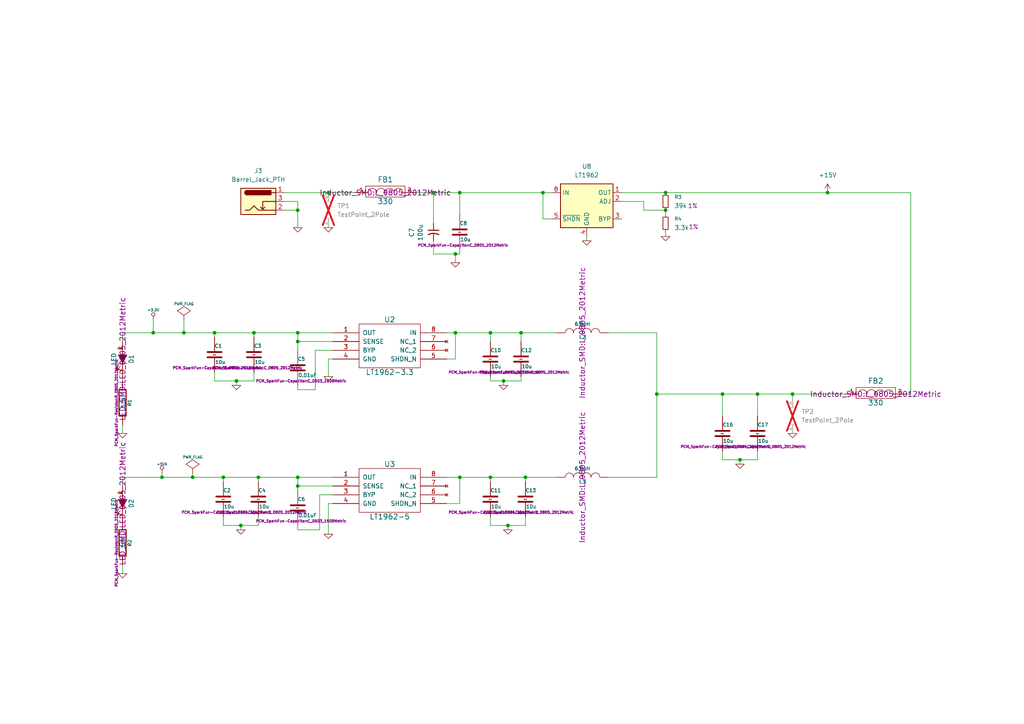
<source format=kicad_sch>
(kicad_sch (version 20250114) (generator "eeschema") (generator_version "9.0")
  (paper "A4")
  (title_block (title "24 bit audio board for Teensy 3.x") (date "10 may 2015") (rev "0.1a") (company "RF William Hollender"))
  (lib_symbols
    (symbol "+3.3V_1" (power) (pin_names (offset 0))
      (property "Value" "+3.3V" (at 0 2.794 0))
      (symbol "+3.3V_1_0_0"
        (pin power_in line (at 0 0 90) (length 0) (hide yes) (name "+3.3V") (number "1"))
      )
    )
    (symbol "+3.3V_2" (power) (pin_names (offset 0))
      (property "Value" "+3.3V" (at 0 2.794 0))
      (symbol "+3.3V_2_0_0"
        (pin power_in line (at 0 0 90) (length 0) (hide yes) (name "+3.3V") (number "1"))
      )
    )
    (symbol "+5VA_1" (power) (pin_numbers (hide yes)) (pin_names (offset 0))
      (property "Value" "+5VA" (at 0 2.54 0))
      (symbol "+5VA_1_0_0"
        (pin power_in line (at 0 0 90) (length 0) (hide yes) (name "+5VA") (number "1"))
      )
    )
    (symbol "+5VA_2" (power) (pin_numbers (hide yes)) (pin_names (offset 0))
      (property "Value" "+5VA" (at 0 2.54 0))
      (symbol "+5VA_2_0_0"
        (pin power_in line (at 0 0 90) (length 0) (hide yes) (name "+5VA") (number "1"))
      )
    )
    (symbol "BAT4XAA_1" (pin_names (offset 1.016))
      (property "Reference" "U" (at 1.27 17.78 0))
      (property "Value" "BAT4XAA" (at 1.27 -3.81 0))
      (symbol "BAT4XAA_1_1_1"
        (pin power_out line (at -12.7 13.97 0) (length 7.62) (name "VPOS") (number "1"))
        (pin power_out line (at -12.7 0 0) (length 7.62) (name "VNEG") (number "2"))
      )
    )
    (symbol "CONN_2_1" (pin_names (offset 1.016) (hide yes))
      (property "Reference" "P" (at -1.27 0 90))
      (property "Value" "CONN_2" (at 1.27 0 90))
      (symbol "CONN_2_1_1_1"
        (pin passive inverted (at -8.89 2.54 0) (length 6.35) (name "P1") (number "1"))
        (pin passive inverted (at -8.89 -2.54 0) (length 6.35) (name "PM") (number "2"))
      )
    )
    (symbol "CONN_3_1" (pin_names (offset 1.016) (hide yes))
      (property "Reference" "K" (at -1.27 0 90))
      (property "Value" "CONN_3" (at 1.27 0 90))
      (symbol "CONN_3_1_1_1"
        (pin passive inverted (at -8.89 2.54 0) (length 6.35) (name "P1") (number "1"))
        (pin passive inverted (at -8.89 0 0) (length 6.35) (name "PM") (number "2"))
        (pin passive inverted (at -8.89 -2.54 0) (length 6.35) (name "P3") (number "3"))
      )
    )
    (symbol "CP1_1" (pin_numbers (hide yes)) (pin_names (offset 0.254) (hide yes))
      (property "Reference" "C" (at 1.27 2.54 0))
      (property "Value" "CP1" (at 1.27 -2.54 0))
      (symbol "CP1_1_0_0"
        (text "+" (at -1.27 2.54 0) (effects (font (size 2.032 2.032))))
      )
      (symbol "CP1_1_1_1"
        (pin passive line (at 0 5.08 270) (length 3.81) (name "~") (number "1"))
        (pin passive line (at 0 -5.08 90) (length 4.572) (name "~") (number "2"))
      )
    )
    (symbol "C_1" (pin_numbers (hide yes)) (pin_names (offset 0.254))
      (property "Reference" "C" (at 0 2.54 0))
      (property "Value" "C" (at 0.1524 -2.159 0))
      (symbol "C_1_1_1"
        (pin passive line (at 0 5.08 270) (length 4.318) (name "~") (number "1"))
        (pin passive line (at 0 -5.08 90) (length 4.318) (name "~") (number "2"))
      )
    )
    (symbol "C_10" (pin_numbers (hide yes)) (pin_names (offset 0.254))
      (property "Reference" "C" (at 0 2.54 0))
      (property "Value" "C" (at 0.1524 -2.159 0))
      (symbol "C_10_1_1"
        (pin passive line (at 0 5.08 270) (length 4.318) (name "~") (number "1"))
        (pin passive line (at 0 -5.08 90) (length 4.318) (name "~") (number "2"))
      )
    )
    (symbol "C_11" (pin_numbers (hide yes)) (pin_names (offset 0.254))
      (property "Reference" "C" (at 0 2.54 0))
      (property "Value" "C" (at 0.1524 -2.159 0))
      (symbol "C_11_1_1"
        (pin passive line (at 0 5.08 270) (length 4.318) (name "~") (number "1"))
        (pin passive line (at 0 -5.08 90) (length 4.318) (name "~") (number "2"))
      )
    )
    (symbol "C_12" (pin_numbers (hide yes)) (pin_names (offset 0.254))
      (property "Reference" "C" (at 0 2.54 0))
      (property "Value" "C" (at 0.1524 -2.159 0))
      (symbol "C_12_1_1"
        (pin passive line (at 0 5.08 270) (length 4.318) (name "~") (number "1"))
        (pin passive line (at 0 -5.08 90) (length 4.318) (name "~") (number "2"))
      )
    )
    (symbol "C_13" (pin_numbers (hide yes)) (pin_names (offset 0.254))
      (property "Reference" "C" (at 0 2.54 0))
      (property "Value" "C" (at 0.1524 -2.159 0))
      (symbol "C_13_1_1"
        (pin passive line (at 0 5.08 270) (length 4.318) (name "~") (number "1"))
        (pin passive line (at 0 -5.08 90) (length 4.318) (name "~") (number "2"))
      )
    )
    (symbol "C_14" (pin_numbers (hide yes)) (pin_names (offset 0.254))
      (property "Reference" "C" (at 0 2.54 0))
      (property "Value" "C" (at 0.1524 -2.159 0))
      (symbol "C_14_1_1"
        (pin passive line (at 0 5.08 270) (length 4.318) (name "~") (number "1"))
        (pin passive line (at 0 -5.08 90) (length 4.318) (name "~") (number "2"))
      )
    )
    (symbol "C_15" (pin_numbers (hide yes)) (pin_names (offset 0.254))
      (property "Reference" "C" (at 0 2.54 0))
      (property "Value" "C" (at 0.1524 -2.159 0))
      (symbol "C_15_1_1"
        (pin passive line (at 0 5.08 270) (length 4.318) (name "~") (number "1"))
        (pin passive line (at 0 -5.08 90) (length 4.318) (name "~") (number "2"))
      )
    )
    (symbol "C_16" (pin_numbers (hide yes)) (pin_names (offset 0.254))
      (property "Reference" "C" (at 0 2.54 0))
      (property "Value" "C" (at 0.1524 -2.159 0))
      (symbol "C_16_1_1"
        (pin passive line (at 0 5.08 270) (length 4.318) (name "~") (number "1"))
        (pin passive line (at 0 -5.08 90) (length 4.318) (name "~") (number "2"))
      )
    )
    (symbol "C_17" (pin_numbers (hide yes)) (pin_names (offset 0.254))
      (property "Reference" "C" (at 0 2.54 0))
      (property "Value" "C" (at 0.1524 -2.159 0))
      (symbol "C_17_1_1"
        (pin passive line (at 0 5.08 270) (length 4.318) (name "~") (number "1"))
        (pin passive line (at 0 -5.08 90) (length 4.318) (name "~") (number "2"))
      )
    )
    (symbol "C_18" (pin_numbers (hide yes)) (pin_names (offset 0.254))
      (property "Reference" "C" (at 0 2.54 0))
      (property "Value" "C" (at 0.1524 -2.159 0))
      (symbol "C_18_1_1"
        (pin passive line (at 0 5.08 270) (length 4.318) (name "~") (number "1"))
        (pin passive line (at 0 -5.08 90) (length 4.318) (name "~") (number "2"))
      )
    )
    (symbol "C_19" (pin_numbers (hide yes)) (pin_names (offset 0.254))
      (property "Reference" "C" (at 0 2.54 0))
      (property "Value" "C" (at 0.1524 -2.159 0))
      (symbol "C_19_1_1"
        (pin passive line (at 0 5.08 270) (length 4.318) (name "~") (number "1"))
        (pin passive line (at 0 -5.08 90) (length 4.318) (name "~") (number "2"))
      )
    )
    (symbol "C_2" (pin_numbers (hide yes)) (pin_names (offset 0.254))
      (property "Reference" "C" (at 0 2.54 0))
      (property "Value" "C" (at 0.1524 -2.159 0))
      (symbol "C_2_1_1"
        (pin passive line (at 0 5.08 270) (length 4.318) (name "~") (number "1"))
        (pin passive line (at 0 -5.08 90) (length 4.318) (name "~") (number "2"))
      )
    )
    (symbol "C_20" (pin_numbers (hide yes)) (pin_names (offset 0.254))
      (property "Reference" "C" (at 0 2.54 0))
      (property "Value" "C" (at 0.1524 -2.159 0))
      (symbol "C_20_1_1"
        (pin passive line (at 0 5.08 270) (length 4.318) (name "~") (number "1"))
        (pin passive line (at 0 -5.08 90) (length 4.318) (name "~") (number "2"))
      )
    )
    (symbol "C_21" (pin_numbers (hide yes)) (pin_names (offset 0.254))
      (property "Reference" "C" (at 0 2.54 0))
      (property "Value" "C" (at 0.1524 -2.159 0))
      (symbol "C_21_1_1"
        (pin passive line (at 0 5.08 270) (length 4.318) (name "~") (number "1"))
        (pin passive line (at 0 -5.08 90) (length 4.318) (name "~") (number "2"))
      )
    )
    (symbol "C_22" (pin_numbers (hide yes)) (pin_names (offset 0.254))
      (property "Reference" "C" (at 0 2.54 0))
      (property "Value" "C" (at 0.1524 -2.159 0))
      (symbol "C_22_1_1"
        (pin passive line (at 0 5.08 270) (length 4.318) (name "~") (number "1"))
        (pin passive line (at 0 -5.08 90) (length 4.318) (name "~") (number "2"))
      )
    )
    (symbol "C_23" (pin_numbers (hide yes)) (pin_names (offset 0.254))
      (property "Reference" "C" (at 0 2.54 0))
      (property "Value" "C" (at 0.1524 -2.159 0))
      (symbol "C_23_1_1"
        (pin passive line (at 0 5.08 270) (length 4.318) (name "~") (number "1"))
        (pin passive line (at 0 -5.08 90) (length 4.318) (name "~") (number "2"))
      )
    )
    (symbol "C_24" (pin_numbers (hide yes)) (pin_names (offset 0.254))
      (property "Reference" "C" (at 0 2.54 0))
      (property "Value" "C" (at 0.1524 -2.159 0))
      (symbol "C_24_1_1"
        (pin passive line (at 0 5.08 270) (length 4.318) (name "~") (number "1"))
        (pin passive line (at 0 -5.08 90) (length 4.318) (name "~") (number "2"))
      )
    )
    (symbol "C_25" (pin_numbers (hide yes)) (pin_names (offset 0.254))
      (property "Reference" "C" (at 0 2.54 0))
      (property "Value" "C" (at 0.1524 -2.159 0))
      (symbol "C_25_1_1"
        (pin passive line (at 0 5.08 270) (length 4.318) (name "~") (number "1"))
        (pin passive line (at 0 -5.08 90) (length 4.318) (name "~") (number "2"))
      )
    )
    (symbol "C_26" (pin_numbers (hide yes)) (pin_names (offset 0.254))
      (property "Reference" "C" (at 0 2.54 0))
      (property "Value" "C" (at 0.1524 -2.159 0))
      (symbol "C_26_1_1"
        (pin passive line (at 0 5.08 270) (length 4.318) (name "~") (number "1"))
        (pin passive line (at 0 -5.08 90) (length 4.318) (name "~") (number "2"))
      )
    )
    (symbol "C_27" (pin_numbers (hide yes)) (pin_names (offset 0.254))
      (property "Reference" "C" (at 0 2.54 0))
      (property "Value" "C" (at 0.1524 -2.159 0))
      (symbol "C_27_1_1"
        (pin passive line (at 0 5.08 270) (length 4.318) (name "~") (number "1"))
        (pin passive line (at 0 -5.08 90) (length 4.318) (name "~") (number "2"))
      )
    )
    (symbol "C_28" (pin_numbers (hide yes)) (pin_names (offset 0.254))
      (property "Reference" "C" (at 0 2.54 0))
      (property "Value" "C" (at 0.1524 -2.159 0))
      (symbol "C_28_1_1"
        (pin passive line (at 0 5.08 270) (length 4.318) (name "~") (number "1"))
        (pin passive line (at 0 -5.08 90) (length 4.318) (name "~") (number "2"))
      )
    )
    (symbol "C_29" (pin_numbers (hide yes)) (pin_names (offset 0.254))
      (property "Reference" "C" (at 0 2.54 0))
      (property "Value" "C" (at 0.1524 -2.159 0))
      (symbol "C_29_1_1"
        (pin passive line (at 0 5.08 270) (length 4.318) (name "~") (number "1"))
        (pin passive line (at 0 -5.08 90) (length 4.318) (name "~") (number "2"))
      )
    )
    (symbol "C_3" (pin_numbers (hide yes)) (pin_names (offset 0.254))
      (property "Reference" "C" (at 0 2.54 0))
      (property "Value" "C" (at 0.1524 -2.159 0))
      (symbol "C_3_1_1"
        (pin passive line (at 0 5.08 270) (length 4.318) (name "~") (number "1"))
        (pin passive line (at 0 -5.08 90) (length 4.318) (name "~") (number "2"))
      )
    )
    (symbol "C_33" (pin_numbers (hide yes)) (pin_names (offset 0.254))
      (property "Reference" "C" (at 0 2.54 0))
      (property "Value" "C" (at 0.1524 -2.159 0))
      (symbol "C_33_1_1"
        (pin passive line (at 0 5.08 270) (length 4.318) (name "~") (number "1"))
        (pin passive line (at 0 -5.08 90) (length 4.318) (name "~") (number "2"))
      )
    )
    (symbol "C_4" (pin_numbers (hide yes)) (pin_names (offset 0.254))
      (property "Reference" "C" (at 0 2.54 0))
      (property "Value" "C" (at 0.1524 -2.159 0))
      (symbol "C_4_1_1"
        (pin passive line (at 0 5.08 270) (length 4.318) (name "~") (number "1"))
        (pin passive line (at 0 -5.08 90) (length 4.318) (name "~") (number "2"))
      )
    )
    (symbol "C_5" (pin_numbers (hide yes)) (pin_names (offset 0.254))
      (property "Reference" "C" (at 0 2.54 0))
      (property "Value" "C" (at 0.1524 -2.159 0))
      (symbol "C_5_1_1"
        (pin passive line (at 0 5.08 270) (length 4.318) (name "~") (number "1"))
        (pin passive line (at 0 -5.08 90) (length 4.318) (name "~") (number "2"))
      )
    )
    (symbol "C_6" (pin_numbers (hide yes)) (pin_names (offset 0.254))
      (property "Reference" "C" (at 0 2.54 0))
      (property "Value" "C" (at 0.1524 -2.159 0))
      (symbol "C_6_1_1"
        (pin passive line (at 0 5.08 270) (length 4.318) (name "~") (number "1"))
        (pin passive line (at 0 -5.08 90) (length 4.318) (name "~") (number "2"))
      )
    )
    (symbol "C_7" (pin_numbers (hide yes)) (pin_names (offset 0.254))
      (property "Reference" "C" (at 0 2.54 0))
      (property "Value" "C" (at 0.1524 -2.159 0))
      (symbol "C_7_1_1"
        (pin passive line (at 0 5.08 270) (length 4.318) (name "~") (number "1"))
        (pin passive line (at 0 -5.08 90) (length 4.318) (name "~") (number "2"))
      )
    )
    (symbol "C_8" (pin_numbers (hide yes)) (pin_names (offset 0.254))
      (property "Reference" "C" (at 0 2.54 0))
      (property "Value" "C" (at 0.1524 -2.159 0))
      (symbol "C_8_1_1"
        (pin passive line (at 0 5.08 270) (length 4.318) (name "~") (number "1"))
        (pin passive line (at 0 -5.08 90) (length 4.318) (name "~") (number "2"))
      )
    )
    (symbol "C_9" (pin_numbers (hide yes)) (pin_names (offset 0.254))
      (property "Reference" "C" (at 0 2.54 0))
      (property "Value" "C" (at 0.1524 -2.159 0))
      (symbol "C_9_1_1"
        (pin passive line (at 0 5.08 270) (length 4.318) (name "~") (number "1"))
        (pin passive line (at 0 -5.08 90) (length 4.318) (name "~") (number "2"))
      )
    )
    (symbol "Connector:TestPoint_2Pole" (pin_names (offset 0.762) (hide yes))
      (property "Reference" "TP" (at 0 1.524 0))
      (property "Value" "TestPoint_2Pole" (at 0 -1.778 0))
      (symbol "TestPoint_2Pole_0_1"
        (pin passive line (at -5.08 0 0) (length 2.54) (name "1") (number "1"))
        (pin passive line (at 5.08 0 180) (length 2.54) (name "2") (number "2"))
      )
    )
    (symbol "Device:C_Small_US" (pin_numbers (hide yes)) (pin_names (offset 0.254) (hide yes))
      (property "Reference" "C" (at 0.254 1.778 0))
      (property "Value" "C_Small_US" (at 0.254 -2.032 0))
      (symbol "C_Small_US_1_1"
        (pin passive line (at 0 2.54 270) (length 2.032) (name "~") (number "1"))
        (pin passive line (at 0 -2.54 90) (length 2.032) (name "~") (number "2"))
      )
    )
    (symbol "Device:R_Small" (pin_numbers (hide yes)) (pin_names (offset 0.254) (hide yes))
      (property "Reference" "R" (at 0 0 90))
      (property "Value" "R_Small" (at 1.778 0 90))
      (symbol "R_Small_1_1"
        (pin passive line (at 0 2.54 270) (length 0.762) (name "~") (number "1"))
        (pin passive line (at 0 -2.54 90) (length 0.762) (name "~") (number "2"))
      )
    )
    (symbol "FILTER_1" (pin_names (offset 1.016) (hide yes))
      (property "Reference" "FB" (at 0 3.81 0))
      (property "Value" "FILTER" (at 0 -2.54 0))
      (symbol "FILTER_1_1_1"
        (pin passive line (at -8.89 0 0) (length 3.81) (name "1") (number "1"))
        (pin passive line (at 8.89 0 180) (length 3.81) (name "2") (number "2"))
      )
    )
    (symbol "FILTER_2" (pin_names (offset 1.016) (hide yes))
      (property "Reference" "FB" (at 0 3.81 0))
      (property "Value" "FILTER" (at 0 -2.54 0))
      (symbol "FILTER_2_1_1"
        (pin passive line (at -8.89 0 0) (length 3.81) (name "1") (number "1"))
        (pin passive line (at 8.89 0 180) (length 3.81) (name "2") (number "2"))
      )
    )
    (symbol "FILTER_3" (pin_names (offset 1.016) (hide yes))
      (property "Reference" "FB" (at 0 3.81 0))
      (property "Value" "FILTER" (at 0 -2.54 0))
      (symbol "FILTER_3_1_1"
        (pin passive line (at -8.89 0 0) (length 3.81) (name "1") (number "1"))
        (pin passive line (at 8.89 0 180) (length 3.81) (name "2") (number "2"))
      )
    )
    (symbol "FILTER_4" (pin_names (offset 1.016) (hide yes))
      (property "Reference" "FB" (at 0 3.81 0))
      (property "Value" "FILTER" (at 0 -2.54 0))
      (symbol "FILTER_4_1_1"
        (pin passive line (at -8.89 0 0) (length 3.81) (name "1") (number "1"))
        (pin passive line (at 8.89 0 180) (length 3.81) (name "2") (number "2"))
      )
    )
    (symbol "GND_1" (power) (pin_names (offset 0))
      (symbol "GND_1_1_1"
        (pin power_in line (at 0 0 90) (length 0) (hide yes) (name "GND") (number "1"))
      )
    )
    (symbol "GND_10" (power) (pin_names (offset 0))
      (symbol "GND_10_1_1"
        (pin power_in line (at 0 0 90) (length 0) (hide yes) (name "GND") (number "1"))
      )
    )
    (symbol "GND_11" (power) (pin_names (offset 0))
      (symbol "GND_11_1_1"
        (pin power_in line (at 0 0 90) (length 0) (hide yes) (name "GND") (number "1"))
      )
    )
    (symbol "GND_12" (power) (pin_names (offset 0))
      (symbol "GND_12_1_1"
        (pin power_in line (at 0 0 90) (length 0) (hide yes) (name "GND") (number "1"))
      )
    )
    (symbol "GND_13" (power) (pin_names (offset 0))
      (symbol "GND_13_1_1"
        (pin power_in line (at 0 0 90) (length 0) (hide yes) (name "GND") (number "1"))
      )
    )
    (symbol "GND_14" (power) (pin_names (offset 0))
      (symbol "GND_14_1_1"
        (pin power_in line (at 0 0 90) (length 0) (hide yes) (name "GND") (number "1"))
      )
    )
    (symbol "GND_15" (power) (pin_names (offset 0))
      (symbol "GND_15_1_1"
        (pin power_in line (at 0 0 90) (length 0) (hide yes) (name "GND") (number "1"))
      )
    )
    (symbol "GND_16" (power) (pin_names (offset 0))
      (symbol "GND_16_1_1"
        (pin power_in line (at 0 0 90) (length 0) (hide yes) (name "GND") (number "1"))
      )
    )
    (symbol "GND_17" (power) (pin_names (offset 0))
      (symbol "GND_17_1_1"
        (pin power_in line (at 0 0 90) (length 0) (hide yes) (name "GND") (number "1"))
      )
    )
    (symbol "GND_18" (power) (pin_names (offset 0))
      (symbol "GND_18_1_1"
        (pin power_in line (at 0 0 90) (length 0) (hide yes) (name "GND") (number "1"))
      )
    )
    (symbol "GND_19" (power) (pin_names (offset 0))
      (symbol "GND_19_1_1"
        (pin power_in line (at 0 0 90) (length 0) (hide yes) (name "GND") (number "1"))
      )
    )
    (symbol "GND_2" (power) (pin_names (offset 0))
      (symbol "GND_2_1_1"
        (pin power_in line (at 0 0 90) (length 0) (hide yes) (name "GND") (number "1"))
      )
    )
    (symbol "GND_20" (power) (pin_names (offset 0))
      (symbol "GND_20_1_1"
        (pin power_in line (at 0 0 90) (length 0) (hide yes) (name "GND") (number "1"))
      )
    )
    (symbol "GND_21" (power) (pin_names (offset 0))
      (symbol "GND_21_1_1"
        (pin power_in line (at 0 0 90) (length 0) (hide yes) (name "GND") (number "1"))
      )
    )
    (symbol "GND_22" (power) (pin_names (offset 0))
      (symbol "GND_22_1_1"
        (pin power_in line (at 0 0 90) (length 0) (hide yes) (name "GND") (number "1"))
      )
    )
    (symbol "GND_23" (power) (pin_names (offset 0))
      (symbol "GND_23_1_1"
        (pin power_in line (at 0 0 90) (length 0) (hide yes) (name "GND") (number "1"))
      )
    )
    (symbol "GND_24" (power) (pin_names (offset 0))
      (symbol "GND_24_1_1"
        (pin power_in line (at 0 0 90) (length 0) (hide yes) (name "GND") (number "1"))
      )
    )
    (symbol "GND_25" (power) (pin_names (offset 0))
      (symbol "GND_25_1_1"
        (pin power_in line (at 0 0 90) (length 0) (hide yes) (name "GND") (number "1"))
      )
    )
    (symbol "GND_26" (power) (pin_names (offset 0))
      (symbol "GND_26_1_1"
        (pin power_in line (at 0 0 90) (length 0) (hide yes) (name "GND") (number "1"))
      )
    )
    (symbol "GND_27" (power) (pin_names (offset 0))
      (symbol "GND_27_1_1"
        (pin power_in line (at 0 0 90) (length 0) (hide yes) (name "GND") (number "1"))
      )
    )
    (symbol "GND_29" (power) (pin_names (offset 0))
      (symbol "GND_29_1_1"
        (pin power_in line (at 0 0 90) (length 0) (hide yes) (name "GND") (number "1"))
      )
    )
    (symbol "GND_3" (power) (pin_names (offset 0))
      (symbol "GND_3_1_1"
        (pin power_in line (at 0 0 90) (length 0) (hide yes) (name "GND") (number "1"))
      )
    )
    (symbol "GND_32" (power) (pin_names (offset 0))
      (symbol "GND_32_1_1"
        (pin power_in line (at 0 0 90) (length 0) (hide yes) (name "GND") (number "1"))
      )
    )
    (symbol "GND_4" (power) (pin_names (offset 0))
      (symbol "GND_4_1_1"
        (pin power_in line (at 0 0 90) (length 0) (hide yes) (name "GND") (number "1"))
      )
    )
    (symbol "GND_5" (power) (pin_names (offset 0))
      (symbol "GND_5_1_1"
        (pin power_in line (at 0 0 90) (length 0) (hide yes) (name "GND") (number "1"))
      )
    )
    (symbol "GND_6" (power) (pin_names (offset 0))
      (symbol "GND_6_1_1"
        (pin power_in line (at 0 0 90) (length 0) (hide yes) (name "GND") (number "1"))
      )
    )
    (symbol "GND_7" (power) (pin_names (offset 0))
      (symbol "GND_7_1_1"
        (pin power_in line (at 0 0 90) (length 0) (hide yes) (name "GND") (number "1"))
      )
    )
    (symbol "GND_8" (power) (pin_names (offset 0))
      (symbol "GND_8_1_1"
        (pin power_in line (at 0 0 90) (length 0) (hide yes) (name "GND") (number "1"))
      )
    )
    (symbol "GND_9" (power) (pin_names (offset 0))
      (symbol "GND_9_1_1"
        (pin power_in line (at 0 0 90) (length 0) (hide yes) (name "GND") (number "1"))
      )
    )
    (symbol "INDUCTOR_1" (pin_numbers (hide yes)) (pin_names (offset 1.016) (hide yes))
      (property "Reference" "L" (at -1.27 0 90))
      (property "Value" "INDUCTOR" (at 2.54 0 90))
      (symbol "INDUCTOR_1_1_1"
        (pin passive line (at 0 7.62 270) (length 2.54) (name "1") (number "1"))
        (pin passive line (at 0 -7.62 90) (length 2.54) (name "2") (number "2"))
      )
    )
    (symbol "INDUCTOR_2" (pin_numbers (hide yes)) (pin_names (offset 1.016) (hide yes))
      (property "Reference" "L" (at -1.27 0 90))
      (property "Value" "INDUCTOR" (at 2.54 0 90))
      (symbol "INDUCTOR_2_1_1"
        (pin passive line (at 0 7.62 270) (length 2.54) (name "1") (number "1"))
        (pin passive line (at 0 -7.62 90) (length 2.54) (name "2") (number "2"))
      )
    )
    (symbol "INDUCTOR_3" (pin_numbers (hide yes)) (pin_names (offset 1.016) (hide yes))
      (property "Reference" "L" (at -1.27 0 90))
      (property "Value" "INDUCTOR" (at 2.54 0 90))
      (symbol "INDUCTOR_3_1_1"
        (pin passive line (at 0 7.62 270) (length 2.54) (name "1") (number "1"))
        (pin passive line (at 0 -7.62 90) (length 2.54) (name "2") (number "2"))
      )
    )
    (symbol "INDUCTOR_4" (pin_numbers (hide yes)) (pin_names (offset 1.016) (hide yes))
      (property "Reference" "L" (at -1.27 0 90))
      (property "Value" "INDUCTOR" (at 2.54 0 90))
      (symbol "INDUCTOR_4_1_1"
        (pin passive line (at 0 7.62 270) (length 2.54) (name "1") (number "1"))
        (pin passive line (at 0 -7.62 90) (length 2.54) (name "2") (number "2"))
      )
    )
    (symbol "INDUCTOR_5" (pin_numbers (hide yes)) (pin_names (offset 1.016) (hide yes))
      (property "Reference" "L" (at -1.27 0 90))
      (property "Value" "INDUCTOR" (at 2.54 0 90))
      (symbol "INDUCTOR_5_1_1"
        (pin passive line (at 0 7.62 270) (length 2.54) (name "1") (number "1"))
        (pin passive line (at 0 -7.62 90) (length 2.54) (name "2") (number "2"))
      )
    )
    (symbol "LED_1" (pin_names (offset 1.016) (hide yes))
      (property "Reference" "D" (at 0 2.54 0))
      (property "Value" "LED" (at 0 -2.54 0))
      (symbol "LED_1_1_1"
        (pin passive line (at -5.08 0 0) (length 3.81) (name "A") (number "1"))
        (pin passive line (at 5.08 0 180) (length 3.81) (name "K") (number "2"))
      )
    )
    (symbol "LED_2" (pin_names (offset 1.016) (hide yes))
      (property "Reference" "D" (at 0 2.54 0))
      (property "Value" "LED" (at 0 -2.54 0))
      (symbol "LED_2_1_1"
        (pin passive line (at -5.08 0 0) (length 3.81) (name "A") (number "1"))
        (pin passive line (at 5.08 0 180) (length 3.81) (name "K") (number "2"))
      )
    )
    (symbol "LED_3" (pin_names (offset 1.016) (hide yes))
      (property "Reference" "D" (at 0 2.54 0))
      (property "Value" "LED" (at 0 -2.54 0))
      (symbol "LED_3_1_1"
        (pin passive line (at -5.08 0 0) (length 3.81) (name "A") (number "1"))
        (pin passive line (at 5.08 0 180) (length 3.81) (name "K") (number "2"))
      )
    )
    (symbol "LED_4" (pin_names (offset 1.016) (hide yes))
      (property "Reference" "D" (at 0 2.54 0))
      (property "Value" "LED" (at 0 -2.54 0))
      (symbol "LED_4_1_1"
        (pin passive line (at -5.08 0 0) (length 3.81) (name "A") (number "1"))
        (pin passive line (at 5.08 0 180) (length 3.81) (name "K") (number "2"))
      )
    )
    (symbol "LT1962-3.3_1" (pin_names (offset 1.016))
      (property "Reference" "U" (at 0 7.62 0))
      (property "Value" "LT1962-3.3" (at 0 -7.62 0))
      (symbol "LT1962-3.3_1_1_1"
        (pin power_out line (at -16.51 3.81 0) (length 7.62) (name "OUT") (number "1"))
        (pin input line (at -16.51 1.27 0) (length 7.62) (name "SENSE") (number "2"))
        (pin bidirectional line (at -16.51 -1.27 0) (length 7.62) (name "BYP") (number "3"))
        (pin bidirectional line (at -16.51 -3.81 0) (length 7.62) (name "GND") (number "4"))
        (pin power_in line (at 16.51 3.81 180) (length 7.62) (name "IN") (number "8"))
        (pin no_connect line (at 16.51 1.27 180) (length 7.62) (name "NC_1") (number "7"))
        (pin no_connect line (at 16.51 -1.27 180) (length 7.62) (name "NC_2") (number "6"))
        (pin input line (at 16.51 -3.81 180) (length 7.62) (name "SHDN_N") (number "5"))
      )
    )
    (symbol "LT1962-3.3_2" (pin_names (offset 1.016))
      (property "Reference" "U" (at 0 7.62 0))
      (property "Value" "LT1962-3.3" (at 0 -7.62 0))
      (symbol "LT1962-3.3_2_1_1"
        (pin power_out line (at -16.51 3.81 0) (length 7.62) (name "OUT") (number "1"))
        (pin input line (at -16.51 1.27 0) (length 7.62) (name "SENSE") (number "2"))
        (pin bidirectional line (at -16.51 -1.27 0) (length 7.62) (name "BYP") (number "3"))
        (pin bidirectional line (at -16.51 -3.81 0) (length 7.62) (name "GND") (number "4"))
        (pin power_in line (at 16.51 3.81 180) (length 7.62) (name "IN") (number "8"))
        (pin no_connect line (at 16.51 1.27 180) (length 7.62) (name "NC_1") (number "7"))
        (pin no_connect line (at 16.51 -1.27 180) (length 7.62) (name "NC_2") (number "6"))
        (pin input line (at 16.51 -3.81 180) (length 7.62) (name "SHDN_N") (number "5"))
      )
    )
    (symbol "LT1962-5_1" (pin_names (offset 1.016))
      (property "Reference" "U" (at 0 7.62 0))
      (property "Value" "LT1962-5" (at 0 -7.62 0))
      (symbol "LT1962-5_1_1_1"
        (pin power_out line (at -16.51 3.81 0) (length 7.62) (name "OUT") (number "1"))
        (pin input line (at -16.51 1.27 0) (length 7.62) (name "SENSE") (number "2"))
        (pin bidirectional line (at -16.51 -1.27 0) (length 7.62) (name "BYP") (number "3"))
        (pin bidirectional line (at -16.51 -3.81 0) (length 7.62) (name "GND") (number "4"))
        (pin power_in line (at 16.51 3.81 180) (length 7.62) (name "IN") (number "8"))
        (pin no_connect line (at 16.51 1.27 180) (length 7.62) (name "NC_1") (number "7"))
        (pin no_connect line (at 16.51 -1.27 180) (length 7.62) (name "NC_2") (number "6"))
        (pin input line (at 16.51 -3.81 180) (length 7.62) (name "SHDN_N") (number "5"))
      )
    )
    (symbol "LT1962-5_2" (pin_names (offset 1.016))
      (property "Reference" "U" (at 0 7.62 0))
      (property "Value" "LT1962-5" (at 0 -7.62 0))
      (symbol "LT1962-5_2_1_1"
        (pin power_out line (at -16.51 3.81 0) (length 7.62) (name "OUT") (number "1"))
        (pin input line (at -16.51 1.27 0) (length 7.62) (name "SENSE") (number "2"))
        (pin bidirectional line (at -16.51 -1.27 0) (length 7.62) (name "BYP") (number "3"))
        (pin bidirectional line (at -16.51 -3.81 0) (length 7.62) (name "GND") (number "4"))
        (pin power_in line (at 16.51 3.81 180) (length 7.62) (name "IN") (number "8"))
        (pin no_connect line (at 16.51 1.27 180) (length 7.62) (name "NC_1") (number "7"))
        (pin no_connect line (at 16.51 -1.27 180) (length 7.62) (name "NC_2") (number "6"))
        (pin input line (at 16.51 -3.81 180) (length 7.62) (name "SHDN_N") (number "5"))
      )
    )
    (symbol "LTC3534_1" (pin_names (offset 1.016))
      (property "Reference" "U" (at 10.16 19.05 0))
      (property "Value" "LTC3534" (at 8.89 -6.35 0))
      (symbol "LTC3534_1_1_1"
        (pin bidirectional line (at -7.62 15.24 0) (length 7.62) (name "GND1") (number "1"))
        (pin input line (at -7.62 12.7 0) (length 7.62) (name "RUN_SS") (number "2"))
        (pin bidirectional line (at -7.62 10.16 0) (length 7.62) (name "GND2") (number "3"))
        (pin bidirectional line (at -7.62 7.62 0) (length 7.62) (name "PGND1") (number "4"))
        (pin bidirectional line (at -7.62 5.08 0) (length 7.62) (name "SW1") (number "5"))
        (pin bidirectional line (at -7.62 2.54 0) (length 7.62) (name "SW2") (number "6"))
        (pin bidirectional line (at -7.62 0 0) (length 7.62) (name "PGND2") (number "7"))
        (pin bidirectional line (at -7.62 -2.54 0) (length 7.62) (name "GND3") (number "8"))
        (pin bidirectional line (at 26.67 15.24 180) (length 7.62) (name "GND5") (number "16"))
        (pin bidirectional line (at 26.67 12.7 180) (length 7.62) (name "FB") (number "15"))
        (pin bidirectional line (at 26.67 10.16 180) (length 7.62) (name "VC") (number "14"))
        (pin power_in line (at 26.67 7.62 180) (length 7.62) (name "VIN") (number "13"))
        (pin bidirectional line (at 26.67 5.08 180) (length 7.62) (name "PVIN") (number "12"))
        (pin power_out line (at 26.67 2.54 180) (length 7.62) (name "VOUT") (number "11"))
        (pin input line (at 26.67 0 180) (length 7.62) (name "PWM") (number "10"))
        (pin bidirectional line (at 26.67 -2.54 180) (length 7.62) (name "GND4") (number "9"))
      )
    )
    (symbol "PCM_SparkFun-Connector:Barrel_Jack_PTH" (pin_names (hide yes))
      (property "Reference" "J" (at 0 5.334 0))
      (property "Value" "Barrel_Jack_PTH" (at 0 -5.08 0))
      (symbol "Barrel_Jack_PTH_1_1"
        (pin passive line (at 7.62 2.54 180) (length 2.54) (name "PWR") (number "1"))
        (pin passive line (at 7.62 0 180) (length 2.54) (name "GNDBREAK") (number "3"))
        (pin passive line (at 7.62 -2.54 180) (length 2.54) (name "GND") (number "2"))
      )
    )
    (symbol "PWR_FLAG_1" (power) (pin_numbers (hide yes)) (pin_names (offset 0) (hide yes))
      (property "Value" "PWR_FLAG" (at 0 4.572 0))
      (symbol "PWR_FLAG_1_0_0"
        (pin power_out line (at 0 0 90) (length 0) (name "pwr") (number "1"))
      )
    )
    (symbol "PWR_FLAG_2" (power) (pin_numbers (hide yes)) (pin_names (offset 0) (hide yes))
      (property "Value" "PWR_FLAG" (at 0 4.572 0))
      (symbol "PWR_FLAG_2_0_0"
        (pin power_out line (at 0 0 90) (length 0) (name "pwr") (number "1"))
      )
    )
    (symbol "PWR_FLAG_3" (power) (pin_numbers (hide yes)) (pin_names (offset 0) (hide yes))
      (property "Value" "PWR_FLAG" (at 0 4.572 0))
      (symbol "PWR_FLAG_3_0_0"
        (pin power_out line (at 0 0 90) (length 0) (name "pwr") (number "1"))
      )
    )
    (symbol "PWR_FLAG_4" (power) (pin_numbers (hide yes)) (pin_names (offset 0) (hide yes))
      (property "Value" "PWR_FLAG" (at 0 4.572 0))
      (symbol "PWR_FLAG_4_0_0"
        (pin power_out line (at 0 0 90) (length 0) (name "pwr") (number "1"))
      )
    )
    (symbol "R_1" (pin_numbers (hide yes)) (pin_names (offset 0))
      (property "Reference" "R" (at 2.032 0 90))
      (property "Value" "R" (at 0.1778 0.0254 90))
      (symbol "R_1_1_1"
        (pin passive line (at 0 6.35 270) (length 2.54) (name "~") (number "1"))
        (pin passive line (at 0 -6.35 90) (length 2.54) (name "~") (number "2"))
      )
    )
    (symbol "R_2" (pin_numbers (hide yes)) (pin_names (offset 0))
      (property "Reference" "R" (at 2.032 0 90))
      (property "Value" "R" (at 0.1778 0.0254 90))
      (symbol "R_2_1_1"
        (pin passive line (at 0 6.35 270) (length 2.54) (name "~") (number "1"))
        (pin passive line (at 0 -6.35 90) (length 2.54) (name "~") (number "2"))
      )
    )
    (symbol "R_3" (pin_numbers (hide yes)) (pin_names (offset 0))
      (property "Reference" "R" (at 2.032 0 90))
      (property "Value" "R" (at 0.1778 0.0254 90))
      (symbol "R_3_1_1"
        (pin passive line (at 0 6.35 270) (length 2.54) (name "~") (number "1"))
        (pin passive line (at 0 -6.35 90) (length 2.54) (name "~") (number "2"))
      )
    )
    (symbol "R_4" (pin_numbers (hide yes)) (pin_names (offset 0))
      (property "Reference" "R" (at 2.032 0 90))
      (property "Value" "R" (at 0.1778 0.0254 90))
      (symbol "R_4_1_1"
        (pin passive line (at 0 6.35 270) (length 2.54) (name "~") (number "1"))
        (pin passive line (at 0 -6.35 90) (length 2.54) (name "~") (number "2"))
      )
    )
    (symbol "R_5" (pin_numbers (hide yes)) (pin_names (offset 0))
      (property "Reference" "R" (at 2.032 0 90))
      (property "Value" "R" (at 0.1778 0.0254 90))
      (symbol "R_5_1_1"
        (pin passive line (at 0 6.35 270) (length 2.54) (name "~") (number "1"))
        (pin passive line (at 0 -6.35 90) (length 2.54) (name "~") (number "2"))
      )
    )
    (symbol "R_6" (pin_numbers (hide yes)) (pin_names (offset 0))
      (property "Reference" "R" (at 2.032 0 90))
      (property "Value" "R" (at 0.1778 0.0254 90))
      (symbol "R_6_1_1"
        (pin passive line (at 0 6.35 270) (length 2.54) (name "~") (number "1"))
        (pin passive line (at 0 -6.35 90) (length 2.54) (name "~") (number "2"))
      )
    )
    (symbol "R_7" (pin_numbers (hide yes)) (pin_names (offset 0))
      (property "Reference" "R" (at 2.032 0 90))
      (property "Value" "R" (at 0.1778 0.0254 90))
      (symbol "R_7_1_1"
        (pin passive line (at 0 6.35 270) (length 2.54) (name "~") (number "1"))
        (pin passive line (at 0 -6.35 90) (length 2.54) (name "~") (number "2"))
      )
    )
    (symbol "R_8" (pin_numbers (hide yes)) (pin_names (offset 0))
      (property "Reference" "R" (at 2.032 0 90))
      (property "Value" "R" (at 0.1778 0.0254 90))
      (symbol "R_8_1_1"
        (pin passive line (at 0 6.35 270) (length 2.54) (name "~") (number "1"))
        (pin passive line (at 0 -6.35 90) (length 2.54) (name "~") (number "2"))
      )
    )
    (symbol "R_9" (pin_numbers (hide yes)) (pin_names (offset 0))
      (property "Reference" "R" (at 2.032 0 90))
      (property "Value" "R" (at 0.1778 0.0254 90))
      (symbol "R_9_1_1"
        (pin passive line (at 0 6.35 270) (length 2.54) (name "~") (number "1"))
        (pin passive line (at 0 -6.35 90) (length 2.54) (name "~") (number "2"))
      )
    )
    (symbol "Regulator_Linear:LT1962"
      (property "Reference" "U" (at -7.62 8.89 0))
      (property "Value" "LT1962" (at 1.27 -6.35 0))
      (symbol "LT1962_1_1"
        (pin power_in line (at -10.16 5.08 0) (length 2.54) (name "IN") (number "8"))
        (pin input line (at -10.16 -2.54 0) (length 2.54) (name "~{SHDN}") (number "5"))
        (pin power_in line (at 0 -7.62 90) (length 2.54) (name "GND") (number "4"))
        (pin no_connect line (at 2.54 5.08 90) (length 2.54) (hide yes) (name "NC") (number "6"))
        (pin no_connect line (at 2.54 2.54 90) (length 2.54) (hide yes) (name "NC") (number "7"))
        (pin power_out line (at 10.16 5.08 180) (length 2.54) (name "OUT") (number "1"))
        (pin input line (at 10.16 2.54 180) (length 2.54) (name "ADJ") (number "2"))
        (pin passive line (at 10.16 -2.54 180) (length 2.54) (name "BYP") (number "3"))
      )
    )
    (symbol "power:+15V" (power) (pin_numbers (hide yes)) (pin_names (offset 0) (hide yes))
      (property "Value" "+15V" (at 0 3.556 0))
      (symbol "+15V_1_1"
        (pin power_in line (at 0 0 90) (length 0) (name "~") (number "1"))
      )
    )
  )
  (junction (at 53.34 96.52))
  (junction (at 68.58 110.49))
  (junction (at 229.87 114.3))
  (junction (at 132.08 73.66))
  (junction (at 46.99 138.43))
  (junction (at 55.88 138.43))
  (junction (at 190.5 114.3))
  (junction (at 86.36 60.96))
  (junction (at 86.36 140.97))
  (junction (at 240.03 55.88))
  (junction (at 64.77 138.43))
  (junction (at 214.63 133.35))
  (junction (at 152.4 138.43))
  (junction (at 219.71 114.3))
  (junction (at 151.13 96.52))
  (junction (at 86.36 99.06))
  (junction (at 133.35 55.88))
  (junction (at 62.23 96.52))
  (junction (at 147.32 152.4))
  (junction (at 193.04 55.88))
  (junction (at 125.73 55.88))
  (junction (at 142.24 138.43))
  (junction (at 44.45 96.52))
  (junction (at 73.66 96.52))
  (junction (at 69.85 152.4))
  (junction (at 209.55 114.3))
  (junction (at 142.24 96.52))
  (junction (at 86.36 138.43))
  (junction (at 133.35 138.43))
  (junction (at 193.04 60.96))
  (junction (at 74.93 138.43))
  (junction (at 157.48 55.88))
  (junction (at 146.05 110.49))
  (junction (at 95.25 55.88))
  (junction (at 86.36 96.52))
  (junction (at 132.08 96.52))
  (wire (pts (xy 95.25 55.88) (xy 102.87 55.88)))
  (wire (pts (xy 86.36 140.97) (xy 96.52 140.97)))
  (wire (pts (xy 82.55 58.42) (xy 86.36 58.42)))
  (wire (pts (xy 133.35 138.43) (xy 142.24 138.43)))
  (wire (pts (xy 190.5 114.3) (xy 190.5 138.43)))
  (wire (pts (xy 240.03 55.88) (xy 264.16 55.88)))
  (wire (pts (xy 152.4 138.43) (xy 161.29 138.43)))
  (wire (pts (xy 193.04 55.88) (xy 240.03 55.88)))
  (wire (pts (xy 129.54 96.52) (xy 132.08 96.52)))
  (wire (pts (xy 55.88 138.43) (xy 64.77 138.43)))
  (wire (pts (xy 151.13 99.06) (xy 151.13 96.52)))
  (wire (pts (xy 180.34 55.88) (xy 193.04 55.88)))
  (wire (pts (xy 229.87 115.57) (xy 229.87 114.3)))
  (wire (pts (xy 209.55 133.35) (xy 214.63 133.35)))
  (wire (pts (xy 146.05 111.76) (xy 146.05 110.49)))
  (wire (pts (xy 86.36 60.96) (xy 86.36 66.04)))
  (wire (pts (xy 133.35 55.88) (xy 157.48 55.88)))
  (wire (pts (xy 35.56 96.52) (xy 35.56 99.06)))
  (wire (pts (xy 147.32 152.4) (xy 152.4 152.4)))
  (wire (pts (xy 219.71 133.35) (xy 219.71 130.81)))
  (wire (pts (xy 95.25 146.05) (xy 96.52 146.05)))
  (wire (pts (xy 132.08 96.52) (xy 142.24 96.52)))
  (wire (pts (xy 96.52 143.51) (xy 92.71 143.51)))
  (wire (pts (xy 92.71 153.67) (xy 86.36 153.67)))
  (wire (pts (xy 91.44 113.03) (xy 91.44 101.6)))
  (wire (pts (xy 151.13 96.52) (xy 161.29 96.52)))
  (wire (pts (xy 133.35 62.23) (xy 133.35 55.88)))
  (wire (pts (xy 73.66 96.52) (xy 86.36 96.52)))
  (wire (pts (xy 44.45 96.52) (xy 53.34 96.52)))
  (wire (pts (xy 146.05 110.49) (xy 151.13 110.49)))
  (wire (pts (xy 35.56 109.22) (xy 35.56 110.49)))
  (wire (pts (xy 86.36 113.03) (xy 91.44 113.03)))
  (wire (pts (xy 125.73 69.85) (xy 125.73 73.66)))
  (wire (pts (xy 125.73 55.88) (xy 125.73 64.77)))
  (wire (pts (xy 64.77 139.7) (xy 64.77 138.43)))
  (wire (pts (xy 190.5 114.3) (xy 209.55 114.3)))
  (wire (pts (xy 180.34 58.42) (xy 186.69 58.42)))
  (wire (pts (xy 132.08 104.14) (xy 132.08 96.52)))
  (wire (pts (xy 69.85 152.4) (xy 74.93 152.4)))
  (wire (pts (xy 69.85 153.67) (xy 69.85 152.4)))
  (wire (pts (xy 44.45 96.52) (xy 44.45 92.71)))
  (wire (pts (xy 64.77 152.4) (xy 64.77 149.86)))
  (wire (pts (xy 151.13 110.49) (xy 151.13 109.22)))
  (wire (pts (xy 64.77 138.43) (xy 74.93 138.43)))
  (wire (pts (xy 82.55 55.88) (xy 95.25 55.88)))
  (wire (pts (xy 53.34 96.52) (xy 62.23 96.52)))
  (wire (pts (xy 170.18 69.85) (xy 170.18 68.58)))
  (wire (pts (xy 142.24 99.06) (xy 142.24 96.52)))
  (wire (pts (xy 95.25 104.14) (xy 96.52 104.14)))
  (wire (pts (xy 133.35 73.66) (xy 133.35 72.39)))
  (wire (pts (xy 142.24 138.43) (xy 152.4 138.43)))
  (wire (pts (xy 64.77 152.4) (xy 69.85 152.4)))
  (wire (pts (xy 125.73 73.66) (xy 132.08 73.66)))
  (wire (pts (xy 125.73 55.88) (xy 133.35 55.88)))
  (wire (pts (xy 46.99 138.43) (xy 55.88 138.43)))
  (wire (pts (xy 157.48 55.88) (xy 160.02 55.88)))
  (wire (pts (xy 86.36 111.76) (xy 86.36 113.03)))
  (wire (pts (xy 142.24 149.86) (xy 142.24 152.4)))
  (wire (pts (xy 152.4 139.7) (xy 152.4 138.43)))
  (wire (pts (xy 46.99 138.43) (xy 46.99 137.16)))
  (wire (pts (xy 62.23 110.49) (xy 62.23 107.95)))
  (wire (pts (xy 86.36 153.67) (xy 86.36 152.4)))
  (wire (pts (xy 74.93 152.4) (xy 74.93 149.86)))
  (wire (pts (xy 73.66 97.79) (xy 73.66 96.52)))
  (wire (pts (xy 120.65 55.88) (xy 125.73 55.88)))
  (wire (pts (xy 35.56 163.83) (xy 35.56 166.37)))
  (wire (pts (xy 86.36 99.06) (xy 96.52 99.06)))
  (wire (pts (xy 219.71 120.65) (xy 219.71 114.3)))
  (wire (pts (xy 264.16 114.3) (xy 262.89 114.3)))
  (wire (pts (xy 86.36 99.06) (xy 86.36 101.6)))
  (wire (pts (xy 82.55 60.96) (xy 86.36 60.96)))
  (wire (pts (xy 190.5 96.52) (xy 176.53 96.52)))
  (wire (pts (xy 129.54 138.43) (xy 133.35 138.43)))
  (wire (pts (xy 129.54 104.14) (xy 132.08 104.14)))
  (wire (pts (xy 229.87 114.3) (xy 245.11 114.3)))
  (wire (pts (xy 62.23 96.52) (xy 73.66 96.52)))
  (wire (pts (xy 62.23 110.49) (xy 68.58 110.49)))
  (wire (pts (xy 186.69 60.96) (xy 193.04 60.96)))
  (wire (pts (xy 264.16 55.88) (xy 264.16 114.3)))
  (wire (pts (xy 74.93 139.7) (xy 74.93 138.43)))
  (wire (pts (xy 129.54 146.05) (xy 133.35 146.05)))
  (wire (pts (xy 132.08 76.2) (xy 132.08 73.66)))
  (wire (pts (xy 86.36 96.52) (xy 86.36 99.06)))
  (wire (pts (xy 91.44 101.6) (xy 96.52 101.6)))
  (wire (pts (xy 209.55 130.81) (xy 209.55 133.35)))
  (wire (pts (xy 142.24 110.49) (xy 146.05 110.49)))
  (wire (pts (xy 190.5 138.43) (xy 176.53 138.43)))
  (wire (pts (xy 35.56 138.43) (xy 35.56 140.97)))
  (wire (pts (xy 190.5 96.52) (xy 190.5 114.3)))
  (wire (pts (xy 133.35 146.05) (xy 133.35 138.43)))
  (wire (pts (xy 62.23 97.79) (xy 62.23 96.52)))
  (wire (pts (xy 132.08 73.66) (xy 133.35 73.66)))
  (wire (pts (xy 142.24 139.7) (xy 142.24 138.43)))
  (wire (pts (xy 86.36 140.97) (xy 86.36 142.24)))
  (wire (pts (xy 214.63 134.62) (xy 214.63 133.35)))
  (wire (pts (xy 74.93 138.43) (xy 86.36 138.43)))
  (wire (pts (xy 142.24 109.22) (xy 142.24 110.49)))
  (wire (pts (xy 73.66 110.49) (xy 73.66 107.95)))
  (wire (pts (xy 142.24 152.4) (xy 147.32 152.4)))
  (wire (pts (xy 157.48 63.5) (xy 157.48 55.88)))
  (wire (pts (xy 53.34 92.71) (xy 53.34 96.52)))
  (wire (pts (xy 147.32 153.67) (xy 147.32 152.4)))
  (wire (pts (xy 219.71 114.3) (xy 229.87 114.3)))
  (wire (pts (xy 160.02 63.5) (xy 157.48 63.5)))
  (wire (pts (xy 142.24 96.52) (xy 151.13 96.52)))
  (wire (pts (xy 35.56 96.52) (xy 44.45 96.52)))
  (wire (pts (xy 35.56 138.43) (xy 46.99 138.43)))
  (wire (pts (xy 95.25 109.22) (xy 95.25 104.14)))
  (wire (pts (xy 68.58 110.49) (xy 73.66 110.49)))
  (wire (pts (xy 209.55 114.3) (xy 219.71 114.3)))
  (wire (pts (xy 95.25 154.94) (xy 95.25 146.05)))
  (wire (pts (xy 193.04 67.31) (xy 193.04 68.58)))
  (wire (pts (xy 186.69 58.42) (xy 186.69 60.96)))
  (wire (pts (xy 68.58 111.76) (xy 68.58 110.49)))
  (wire (pts (xy 86.36 138.43) (xy 86.36 140.97)))
  (wire (pts (xy 86.36 138.43) (xy 96.52 138.43)))
  (wire (pts (xy 86.36 58.42) (xy 86.36 60.96)))
  (wire (pts (xy 92.71 143.51) (xy 92.71 153.67)))
  (wire (pts (xy 35.56 123.19) (xy 35.56 125.73)))
  (wire (pts (xy 209.55 120.65) (xy 209.55 114.3)))
  (wire (pts (xy 193.04 62.23) (xy 193.04 60.96)))
  (wire (pts (xy 55.88 137.16) (xy 55.88 138.43)))
  (wire (pts (xy 152.4 152.4) (xy 152.4 149.86)))
  (wire (pts (xy 86.36 96.52) (xy 96.52 96.52)))
  (wire (pts (xy 214.63 133.35) (xy 219.71 133.35)))
  (symbol (lib_name "LT1962-3.3_2") (lib_id "SuperAudioBoard-rescue:LT1962-3.3") (at 113.03 100.33 0) (unit 1)
    (property "Reference" "U2" (at 113.03 92.71 0) (effects (font (size 1.524 1.524))))
    (property "Value" "LT1962-3.3" (at 113.03 107.95 0) (effects (font (size 1.524 1.524))))
    (property "Footprint" "Package_SO:MSOP-8_3x3mm_P0.65mm" (effects (hide yes)))
    (property "MFG 1 Name" "Linear Tech" (effects (hide yes)))
    (property "MFG1 PN" "LT1962EMS8-3.3#PBF" (effects (hide yes)))
    (property "MPN" "LT1962EMS8-3.3" (effects (hide yes)))
  )
  (symbol (lib_name "LT1962-5_2") (lib_id "SuperAudioBoard-rescue:LT1962-5") (at 113.03 142.24 0) (unit 1)
    (property "Reference" "U3" (at 113.03 134.62 0) (effects (font (size 1.524 1.524))))
    (property "Value" "LT1962-5" (at 113.03 149.86 0) (effects (font (size 1.524 1.524))))
    (property "Footprint" "Package_SO:MSOP-8_3x3mm_P0.65mm" (effects (hide yes)))
    (property "MFG 1 Name" "Linear Tech" (effects (hide yes)))
    (property "MFG1 PN" "LT1962EMS8-5#PBF-ND" (effects (hide yes)))
    (property "MPN" "LT1962EMS8-5" (effects (hide yes)))
  )
  (symbol (lib_name "C_24") (lib_id "SuperAudioBoard-rescue:C") (at 142.24 104.14 0) (unit 1)
    (property "Reference" "C10" (at 142.24 101.6 0) (effects (font (size 1.016 1.016)) (justify left)))
    (property "Value" "10u" (at 142.3924 106.299 0) (effects (font (size 1.016 1.016)) (justify left)))
    (property "Footprint" "PCM_SparkFun-Capacitor:C_0805_2012Metric" (at 143.2052 107.95 0) (effects (font (size 0.762 0.762))))
    (property "Datasheet" "~" (at 142.24 104.14 0) (effects (font (size 1.524 1.524))))
    (property "MFG 1 Name" "Murata" (effects (hide yes)))
    (property "MFG1 PN" "GRM32DR71E106KA12" (effects (hide yes)))
    (property "MFG 2 Name" "TDK" (effects (hide yes)))
    (property "MFG 2 PN" "C3225X7R1E106K250AC" (effects (hide yes)))
    (property "MPN" "CL21A106KAYNNNG" (effects (hide yes)))
    (property "Voltage" "25V" (effects (hide yes)))
  )
  (symbol (lib_name "C_19") (lib_id "SuperAudioBoard-rescue:C") (at 86.36 106.68 0) (unit 1)
    (property "Reference" "C5" (at 86.36 104.14 0) (effects (font (size 1.016 1.016)) (justify left)))
    (property "Value" "0.01uF" (at 86.5124 108.839 0) (effects (font (size 1.016 1.016)) (justify left)))
    (property "Footprint" "PCM_SparkFun-Capacitor:C_0603_1608Metric" (at 87.3252 110.49 0) (effects (font (size 0.762 0.762))))
    (property "Datasheet" "~" (at 86.36 106.68 0) (effects (font (size 1.524 1.524))))
    (property "MFG 1 Name" "Murata" (effects (hide yes)))
    (property "MFG1 PN" "GRM2195C1H103JA01D" (effects (hide yes)))
    (property "MFG 2 Name" "TDK" (effects (hide yes)))
    (property "MFG 2 PN" "C2012C0G1H103J060AA" (effects (hide yes)))
    (property "MFG 3 Name" "Kemet" (effects (hide yes)))
    (property "MFG 3 PN" "C0805C103J5GACTU" (effects (hide yes)))
    (property "MPN" "C0603C103K5RACTU" (effects (hide yes)))
  )
  (symbol (lib_name "+3.3V_2") (lib_id "SuperAudioBoard-rescue:+3.3V") (at 44.45 92.71 0) (unit 1)
    (property "Reference" "#PWR03" (effects (hide yes)))
    (property "Value" "+3.3V" (at 44.45 89.916 0) (effects (font (size 0.762 0.762))))
  )
  (symbol (lib_name "GND_19") (lib_id "SuperAudioBoard-rescue:GND") (at 68.58 111.76 0) (unit 1)
    (property "Reference" "#PWR06" (effects (hide yes)))
    (property "Value" "GND" (effects (hide yes)))
  )
  (symbol (lib_name "GND_21") (lib_id "SuperAudioBoard-rescue:GND") (at 69.85 153.67 0) (unit 1)
    (property "Reference" "#PWR07" (effects (hide yes)))
    (property "Value" "GND" (effects (hide yes)))
  )
  (symbol (lib_name "+5VA_2") (lib_id "SuperAudioBoard-rescue:+5VA") (at 46.99 137.16 0) (unit 1)
    (property "Reference" "#PWR04" (effects (hide yes)))
    (property "Value" "+5VA" (at 46.99 134.62 0) (effects (font (size 0.762 0.762))))
  )
  (symbol (lib_name "GND_24") (lib_id "SuperAudioBoard-rescue:GND") (at 146.05 111.76 0) (unit 1)
    (property "Reference" "#PWR013" (effects (hide yes)))
    (property "Value" "GND" (effects (hide yes)))
  )
  (symbol (lib_name "GND_18") (lib_id "SuperAudioBoard-rescue:GND") (at 95.25 109.22 0) (unit 1)
    (property "Reference" "#PWR08" (effects (hide yes)))
    (property "Value" "GND" (effects (hide yes)))
  )
  (symbol (lib_name "GND_25") (lib_id "SuperAudioBoard-rescue:GND") (at 147.32 153.67 0) (unit 1)
    (property "Reference" "#PWR014" (effects (hide yes)))
    (property "Value" "GND" (effects (hide yes)))
  )
  (symbol (lib_name "GND_20") (lib_id "SuperAudioBoard-rescue:GND") (at 95.25 154.94 0) (unit 1)
    (property "Reference" "#PWR09" (effects (hide yes)))
    (property "Value" "GND" (effects (hide yes)))
  )
  (symbol (lib_name "PWR_FLAG_4") (lib_id "SuperAudioBoard-rescue:PWR_FLAG") (at 53.34 92.71 0) (unit 1)
    (property "Reference" "#FLG01" (effects (hide yes)))
    (property "Value" "PWR_FLAG" (at 53.34 88.138 0) (effects (font (size 0.762 0.762))))
  )
  (symbol (lib_name "PWR_FLAG_3") (lib_id "SuperAudioBoard-rescue:PWR_FLAG") (at 55.88 137.16 0) (unit 1)
    (property "Reference" "#FLG02" (effects (hide yes)))
    (property "Value" "PWR_FLAG" (at 55.88 132.588 0) (effects (font (size 0.762 0.762))))
  )
  (symbol (lib_name "C_25") (lib_id "SuperAudioBoard-rescue:C") (at 151.13 104.14 0) (unit 1)
    (property "Reference" "C12" (at 151.13 101.6 0) (effects (font (size 1.016 1.016)) (justify left)))
    (property "Value" "10u" (at 151.2824 106.299 0) (effects (font (size 1.016 1.016)) (justify left)))
    (property "Footprint" "PCM_SparkFun-Capacitor:C_0805_2012Metric" (at 152.0952 107.95 0) (effects (font (size 0.762 0.762))))
    (property "Datasheet" "~" (at 151.13 104.14 0) (effects (font (size 1.524 1.524))))
    (property "MFG 1 Name" "Murata" (effects (hide yes)))
    (property "MFG1 PN" "GRM32DR71E106KA12" (effects (hide yes)))
    (property "MFG 2 Name" "TDK" (effects (hide yes)))
    (property "MFG 2 PN" "C3225X7R1E106K250AC" (effects (hide yes)))
    (property "MPN" "CL21A106KAYNNNG" (effects (hide yes)))
    (property "Voltage" "25V" (effects (hide yes)))
  )
  (symbol (lib_name "C_26") (lib_id "SuperAudioBoard-rescue:C") (at 142.24 144.78 0) (unit 1)
    (property "Reference" "C11" (at 142.24 142.24 0) (effects (font (size 1.016 1.016)) (justify left)))
    (property "Value" "10u" (at 142.3924 146.939 0) (effects (font (size 1.016 1.016)) (justify left)))
    (property "Footprint" "PCM_SparkFun-Capacitor:C_0805_2012Metric" (at 143.2052 148.59 0) (effects (font (size 0.762 0.762))))
    (property "Datasheet" "~" (at 142.24 144.78 0) (effects (font (size 1.524 1.524))))
    (property "MFG 1 Name" "Murata" (effects (hide yes)))
    (property "MFG1 PN" "GRM32DR71E106KA12" (effects (hide yes)))
    (property "MFG 2 Name" "TDK" (effects (hide yes)))
    (property "MFG 2 PN" "C3225X7R1E106K250AC" (effects (hide yes)))
    (property "MPN" "CL21A106KAYNNNG" (effects (hide yes)))
    (property "Voltage" "25V" (effects (hide yes)))
  )
  (symbol (lib_name "C_27") (lib_id "SuperAudioBoard-rescue:C") (at 152.4 144.78 0) (unit 1)
    (property "Reference" "C13" (at 152.4 142.24 0) (effects (font (size 1.016 1.016)) (justify left)))
    (property "Value" "10u" (at 152.5524 146.939 0) (effects (font (size 1.016 1.016)) (justify left)))
    (property "Footprint" "PCM_SparkFun-Capacitor:C_0805_2012Metric" (at 153.3652 148.59 0) (effects (font (size 0.762 0.762))))
    (property "Datasheet" "~" (at 152.4 144.78 0) (effects (font (size 1.524 1.524))))
    (property "MFG 1 Name" "Murata" (effects (hide yes)))
    (property "MFG1 PN" "GRM32DR71E106KA12" (effects (hide yes)))
    (property "MFG 2 Name" "TDK" (effects (hide yes)))
    (property "MFG 2 PN" "C3225X7R1E106K250AC" (effects (hide yes)))
    (property "MPN" "CL21A106KAYNNNG" (effects (hide yes)))
    (property "Voltage" "25V" (effects (hide yes)))
  )
  (symbol (lib_name "C_18") (lib_id "SuperAudioBoard-rescue:C") (at 62.23 102.87 0) (unit 1)
    (property "Reference" "C1" (at 62.23 100.33 0) (effects (font (size 1.016 1.016)) (justify left)))
    (property "Value" "10u" (at 62.3824 105.029 0) (effects (font (size 1.016 1.016)) (justify left)))
    (property "Footprint" "PCM_SparkFun-Capacitor:C_0805_2012Metric" (at 63.1952 106.68 0) (effects (font (size 0.762 0.762))))
    (property "Datasheet" "~" (at 62.23 102.87 0) (effects (font (size 1.524 1.524))))
    (property "MFG 1 Name" "Murata" (effects (hide yes)))
    (property "MFG1 PN" "GRM32DR71E106KA12" (effects (hide yes)))
    (property "MFG 2 Name" "TDK" (effects (hide yes)))
    (property "MFG 2 PN" "C3225X7R1E106K250AC" (effects (hide yes)))
    (property "MPN" "CL21A106KAYNNNG" (effects (hide yes)))
    (property "Voltage" "25V" (effects (hide yes)))
  )
  (symbol (lib_name "C_20") (lib_id "SuperAudioBoard-rescue:C") (at 73.66 102.87 0) (unit 1)
    (property "Reference" "C3" (at 73.66 100.33 0) (effects (font (size 1.016 1.016)) (justify left)))
    (property "Value" "10u" (at 73.8124 105.029 0) (effects (font (size 1.016 1.016)) (justify left)))
    (property "Footprint" "PCM_SparkFun-Capacitor:C_0805_2012Metric" (at 74.6252 106.68 0) (effects (font (size 0.762 0.762))))
    (property "Datasheet" "~" (at 73.66 102.87 0) (effects (font (size 1.524 1.524))))
    (property "MFG 1 Name" "Murata" (effects (hide yes)))
    (property "MFG1 PN" "GRM32DR71E106KA12" (effects (hide yes)))
    (property "MFG 2 Name" "TDK" (effects (hide yes)))
    (property "MFG 2 PN" "C3225X7R1E106K250AC" (effects (hide yes)))
    (property "MPN" "CL21A106KAYNNNG" (effects (hide yes)))
    (property "Voltage" "25V" (effects (hide yes)))
  )
  (symbol (lib_name "C_23") (lib_id "SuperAudioBoard-rescue:C") (at 64.77 144.78 0) (unit 1)
    (property "Reference" "C2" (at 64.77 142.24 0) (effects (font (size 1.016 1.016)) (justify left)))
    (property "Value" "10u" (at 64.9224 146.939 0) (effects (font (size 1.016 1.016)) (justify left)))
    (property "Footprint" "PCM_SparkFun-Capacitor:C_0805_2012Metric" (at 65.7352 148.59 0) (effects (font (size 0.762 0.762))))
    (property "Datasheet" "~" (at 64.77 144.78 0) (effects (font (size 1.524 1.524))))
    (property "MFG 1 Name" "Murata" (effects (hide yes)))
    (property "MFG1 PN" "GRM32DR71E106KA12" (effects (hide yes)))
    (property "MFG 2 Name" "TDK" (effects (hide yes)))
    (property "MFG 2 PN" "C3225X7R1E106K250AC" (effects (hide yes)))
    (property "MPN" "CL21A106KAYNNNG" (effects (hide yes)))
    (property "Voltage" "25V" (effects (hide yes)))
  )
  (symbol (lib_name "C_22") (lib_id "SuperAudioBoard-rescue:C") (at 74.93 144.78 0) (unit 1)
    (property "Reference" "C4" (at 74.93 142.24 0) (effects (font (size 1.016 1.016)) (justify left)))
    (property "Value" "10u" (at 75.0824 146.939 0) (effects (font (size 1.016 1.016)) (justify left)))
    (property "Footprint" "PCM_SparkFun-Capacitor:C_0805_2012Metric" (at 75.8952 148.59 0) (effects (font (size 0.762 0.762))))
    (property "Datasheet" "~" (at 74.93 144.78 0) (effects (font (size 1.524 1.524))))
    (property "MFG 1 Name" "Murata" (effects (hide yes)))
    (property "MFG1 PN" "GRM32DR71E106KA12" (effects (hide yes)))
    (property "MFG 2 Name" "TDK" (effects (hide yes)))
    (property "MFG 2 PN" "C3225X7R1E106K250AC" (effects (hide yes)))
    (property "MPN" "CL21A106KAYNNNG" (effects (hide yes)))
    (property "Voltage" "25V" (effects (hide yes)))
  )
  (symbol (lib_name "FILTER_3") (lib_id "SuperAudioBoard-rescue:FILTER") (at 254 114.3 0) (unit 1)
    (property "Reference" "FB2" (at 254 110.49 0) (effects (font (size 1.524 1.524))))
    (property "Value" "330" (at 254 116.84 0) (effects (font (size 1.524 1.524))))
    (property "Footprint" "Inductor_SMD:L_0805_2012Metric" (at 254 114.3 0) (effects (font (size 1.524 1.524))))
    (property "Datasheet" "~" (at 254 114.3 0) (effects (font (size 1.524 1.524))))
    (property "MFG 1 Name" "Murata" (effects (hide yes)))
    (property "MFG1 PN" "BLM21PG331SN1D" (effects (hide yes)))
    (property "MFG 2 Name" "TDK" (effects (hide yes)))
    (property "MFG 2 PN" "MPZ2012S331A" (effects (hide yes)))
    (property "MFG 3 Name" "Taiyo Yuden" (effects (hide yes)))
    (property "MFG 3 PN" "FBMH2012HM331-T" (effects (hide yes)))
    (property "MPN" "MPZ2012S331ATD25" (effects (hide yes)))
  )
  (symbol (lib_name "INDUCTOR_5") (lib_id "SuperAudioBoard-rescue:INDUCTOR") (at 168.91 96.52 90) (unit 1)
    (property "Reference" "L2" (at 168.91 97.79 90) (effects (font (size 1.016 1.016))))
    (property "Value" "6.8uH" (at 168.91 93.98 90) (effects (font (size 1.016 1.016))))
    (property "Footprint" "Inductor_SMD:L_0805_2012Metric" (at 168.91 96.52 0) (effects (font (size 1.524 1.524))))
    (property "Datasheet" "~" (at 168.91 96.52 0) (effects (font (size 1.524 1.524))))
    (property "MFG 1 Name" "Coilcraft" (effects (hide yes)))
    (property "MFG1 PN" "MSS1038-522NLB" (effects (hide yes)))
    (property "MPN" "MLZ2012N6R8LT000" (effects (hide yes)))
  )
  (symbol (lib_name "INDUCTOR_4") (lib_id "SuperAudioBoard-rescue:INDUCTOR") (at 168.91 138.43 90) (unit 1)
    (property "Reference" "L3" (at 168.91 139.7 90) (effects (font (size 1.016 1.016))))
    (property "Value" "6.8uH" (at 168.91 135.89 90) (effects (font (size 1.016 1.016))))
    (property "Footprint" "Inductor_SMD:L_0805_2012Metric" (at 168.91 138.43 0) (effects (font (size 1.524 1.524))))
    (property "Datasheet" "~" (at 168.91 138.43 0) (effects (font (size 1.524 1.524))))
    (property "MFG 1 Name" "Coilcraft" (effects (hide yes)))
    (property "MFG1 PN" "MSS1038-522NLB" (effects (hide yes)))
    (property "MPN" "MLZ2012N6R8LT000" (effects (hide yes)))
  )
  (symbol (lib_name "GND_32") (lib_id "SuperAudioBoard-rescue:GND") (at 132.08 76.2 0) (unit 1)
    (property "Reference" "#PWR010" (effects (hide yes)))
    (property "Value" "GND" (effects (hide yes)))
  )
  (symbol (lib_name "GND_26") (lib_id "SuperAudioBoard-rescue:GND") (at 214.63 134.62 0) (unit 1)
    (property "Reference" "#PWR016" (effects (hide yes)))
    (property "Value" "GND" (effects (hide yes)))
  )
  (symbol (lib_name "C_29") (lib_id "SuperAudioBoard-rescue:C") (at 209.55 125.73 0) (unit 1)
    (property "Reference" "C16" (at 209.55 123.19 0) (effects (font (size 1.016 1.016)) (justify left)))
    (property "Value" "10u" (at 209.7024 127.889 0) (effects (font (size 1.016 1.016)) (justify left)))
    (property "Footprint" "PCM_SparkFun-Capacitor:C_0805_2012Metric" (at 210.5152 129.54 0) (effects (font (size 0.762 0.762))))
    (property "Datasheet" "~" (at 209.55 125.73 0) (effects (font (size 1.524 1.524))))
    (property "MFG 1 Name" "Murata" (effects (hide yes)))
    (property "MFG1 PN" "GRM32DR71E106KA12" (effects (hide yes)))
    (property "MFG 2 Name" "TDK" (effects (hide yes)))
    (property "MFG 2 PN" "C3225X7R1E106K250AC" (effects (hide yes)))
    (property "MPN" "CL21A106KAYNNNG" (effects (hide yes)))
    (property "Voltage" "25V" (effects (hide yes)))
  )
  (symbol (lib_name "C_28") (lib_id "SuperAudioBoard-rescue:C") (at 219.71 125.73 0) (unit 1)
    (property "Reference" "C17" (at 219.71 123.19 0) (effects (font (size 1.016 1.016)) (justify left)))
    (property "Value" "10u" (at 219.8624 127.889 0) (effects (font (size 1.016 1.016)) (justify left)))
    (property "Footprint" "PCM_SparkFun-Capacitor:C_0805_2012Metric" (at 220.6752 129.54 0) (effects (font (size 0.762 0.762))))
    (property "Datasheet" "~" (at 219.71 125.73 0) (effects (font (size 1.524 1.524))))
    (property "MFG 1 Name" "Murata" (effects (hide yes)))
    (property "MFG1 PN" "GRM32DR71E106KA12" (effects (hide yes)))
    (property "MFG 2 Name" "TDK" (effects (hide yes)))
    (property "MFG 2 PN" "C3225X7R1E106K250AC" (effects (hide yes)))
    (property "MPN" "CL21A106KAYNNNG" (effects (hide yes)))
    (property "Voltage" "25V" (effects (hide yes)))
  )
  (symbol (lib_name "C_33") (lib_id "SuperAudioBoard-rescue:C") (at 133.35 67.31 0) (unit 1)
    (property "Reference" "C8" (at 133.35 64.77 0) (effects (font (size 1.016 1.016)) (justify left)))
    (property "Value" "10u" (at 133.5024 69.469 0) (effects (font (size 1.016 1.016)) (justify left)))
    (property "Footprint" "PCM_SparkFun-Capacitor:C_0805_2012Metric" (at 134.3152 71.12 0) (effects (font (size 0.762 0.762))))
    (property "Datasheet" "~" (at 133.35 67.31 0) (effects (font (size 1.524 1.524))))
    (property "MFG 1 Name" "Murata" (effects (hide yes)))
    (property "MFG1 PN" "GRM32DR71E106KA12" (effects (hide yes)))
    (property "MFG 2 Name" "TDK" (effects (hide yes)))
    (property "MFG 2 PN" "C3225X7R1E106K250AC" (effects (hide yes)))
    (property "MPN" "CL21A106KAYNNNG" (effects (hide yes)))
    (property "Voltage" "25V" (effects (hide yes)))
  )
  (symbol (lib_name "FILTER_4") (lib_id "SuperAudioBoard-rescue:FILTER") (at 111.76 55.88 0) (unit 1)
    (property "Reference" "FB1" (at 111.76 52.07 0) (effects (font (size 1.524 1.524))))
    (property "Value" "330" (at 111.76 58.42 0) (effects (font (size 1.524 1.524))))
    (property "Footprint" "Inductor_SMD:L_0805_2012Metric" (at 111.76 55.88 0) (effects (font (size 1.524 1.524))))
    (property "Datasheet" "~" (at 111.76 55.88 0) (effects (font (size 1.524 1.524))))
    (property "MFG 1 Name" "Murata" (effects (hide yes)))
    (property "MFG1 PN" "BLM21PG331SN1D" (effects (hide yes)))
    (property "MFG 2 Name" "TDK" (effects (hide yes)))
    (property "MFG 2 PN" "MPZ2012S331A" (effects (hide yes)))
    (property "MFG 3 Name" "Taiyo Yuden" (effects (hide yes)))
    (property "MFG 3 PN" "FBMH2012HM331-T" (effects (hide yes)))
    (property "MPN" "MPZ2012S331ATD25" (effects (hide yes)))
  )
  (symbol (lib_name "C_21") (lib_id "SuperAudioBoard-rescue:C") (at 86.36 147.32 0) (unit 1)
    (property "Reference" "C6" (at 86.36 144.78 0) (effects (font (size 1.016 1.016)) (justify left)))
    (property "Value" "0.01uF" (at 86.5124 149.479 0) (effects (font (size 1.016 1.016)) (justify left)))
    (property "Footprint" "PCM_SparkFun-Capacitor:C_0603_1608Metric" (at 87.3252 151.13 0) (effects (font (size 0.762 0.762))))
    (property "Datasheet" "~" (at 86.36 147.32 0) (effects (font (size 1.524 1.524))))
    (property "MFG 1 Name" "Murata" (effects (hide yes)))
    (property "MFG1 PN" "GRM2195C1H103JA01D" (effects (hide yes)))
    (property "MFG 2 Name" "TDK" (effects (hide yes)))
    (property "MFG 2 PN" "C2012C0G1H103J060AA" (effects (hide yes)))
    (property "MFG 3 Name" "Kemet" (effects (hide yes)))
    (property "MFG 3 PN" "C0805C103J5GACTU" (effects (hide yes)))
    (property "MPN" "C0603C103K5RACTU" (effects (hide yes)))
  )
  (symbol (lib_name "GND_27") (lib_id "SuperAudioBoard-rescue:GND") (at 229.87 125.73 0) (unit 1)
    (property "Reference" "#PWR018" (effects (hide yes)))
    (property "Value" "GND" (effects (hide yes)))
  )
  (symbol (lib_name "LED_4") (lib_id "SuperAudioBoard-rescue:LED") (at 35.56 104.14 270) (unit 1)
    (property "Reference" "D1" (at 38.1 104.14 0))
    (property "Value" "LED" (at 33.02 104.14 0))
    (property "Footprint" "LED_SMD:LED_0805_2012Metric" (at 35.56 104.14 0) (effects (font (size 1.524 1.524))))
    (property "Datasheet" "~" (at 35.56 104.14 0) (effects (font (size 1.524 1.524))))
    (property "MFG 1 Name" "Kingbright" (effects (hide yes)))
    (property "MFG1 PN" "APT2012CGCK" (effects (hide yes)))
    (property "MFG 2 Name" "Lite-On" (effects (hide yes)))
    (property "MFG 2 PN" "LTST-C171KGKT" (effects (hide yes)))
    (property "MPN" "599-0110-137F " (effects (hide yes)))
  )
  (symbol (lib_name "R_8") (lib_id "SuperAudioBoard-rescue:R") (at 35.56 116.84 0) (unit 1)
    (property "Reference" "R1" (at 37.592 116.84 90) (effects (font (size 1.016 1.016))))
    (property "Value" "3.3k" (at 35.7378 116.8146 90) (effects (font (size 1.016 1.016))))
    (property "Footprint" "PCM_SparkFun-Resistor:R_0805_2012Metric" (at 33.782 116.84 90) (effects (font (size 0.762 0.762))))
    (property "Datasheet" "~" (at 35.56 116.84 0) (effects (font (size 0.762 0.762))))
    (property "MFG 1 Name" "Panasonic" (effects (hide yes)))
    (property "MFG1 PN" "ERJ-6GEYJ271V" (effects (hide yes)))
    (property "MFG 2 Name" "Yageo" (effects (hide yes)))
    (property "MFG 2 PN" "RC0805JR-07270RL" (effects (hide yes)))
    (property "MFG 3 Name" "Rohm" (effects (hide yes)))
    (property "MFG 3 PN" "ESR10EZPJ271" (effects (hide yes)))
    (property "MPN" "ERA-6AEB332V" (effects (hide yes)))
  )
  (symbol (lib_name "R_9") (lib_id "SuperAudioBoard-rescue:R") (at 35.56 157.48 0) (unit 1)
    (property "Reference" "R2" (at 37.592 157.48 90) (effects (font (size 1.016 1.016))))
    (property "Value" "3.3k" (at 35.7378 157.4546 90) (effects (font (size 1.016 1.016))))
    (property "Footprint" "PCM_SparkFun-Resistor:R_0805_2012Metric" (at 33.782 157.48 90) (effects (font (size 0.762 0.762))))
    (property "Datasheet" "~" (at 35.56 157.48 0) (effects (font (size 0.762 0.762))))
    (property "MFG 1 Name" "Panasonic" (effects (hide yes)))
    (property "MFG1 PN" "ERJ-6GEYJ621V" (effects (hide yes)))
    (property "MFG 2 Name" "Rohm" (effects (hide yes)))
    (property "MFG 2 PN" "MCR10ERTJ621" (effects (hide yes)))
    (property "MFG 3 Name" "Vishay Dale" (effects (hide yes)))
    (property "MFG 3 PN" "CRCW0805620RJNEA" (effects (hide yes)))
    (property "MPN" "ERA-6AEB332V" (effects (hide yes)))
  )
  (symbol (lib_name "GND_22") (lib_id "SuperAudioBoard-rescue:GND") (at 35.56 125.73 0) (unit 1)
    (property "Reference" "#PWR01" (effects (hide yes)))
    (property "Value" "GND" (effects (hide yes)))
  )
  (symbol (lib_name "GND_23") (lib_id "SuperAudioBoard-rescue:GND") (at 35.56 166.37 0) (unit 1)
    (property "Reference" "#PWR02" (effects (hide yes)))
    (property "Value" "GND" (effects (hide yes)))
  )
  (symbol (lib_name "LED_3") (lib_id "SuperAudioBoard-rescue:LED") (at 35.56 146.05 270) (unit 1)
    (property "Reference" "D2" (at 38.1 146.05 0))
    (property "Value" "LED" (at 33.02 146.05 0))
    (property "Footprint" "LED_SMD:LED_0805_2012Metric" (at 35.56 146.05 0) (effects (font (size 1.524 1.524))))
    (property "Datasheet" "~" (at 35.56 146.05 0) (effects (font (size 1.524 1.524))))
    (property "MFG 1 Name" "Kingbright" (effects (hide yes)))
    (property "MFG1 PN" "APT2012CGCK" (effects (hide yes)))
    (property "MFG 2 Name" "Lite-On" (effects (hide yes)))
    (property "MFG 2 PN" "LTST-C171KGKT" (effects (hide yes)))
    (property "MPN" "599-0110-137F " (effects (hide yes)))
  )
  (symbol (lib_id "Regulator_Linear:LT1962") (at 170.18 60.96 0) (unit 1)
    (property "Reference" "U8" (at 170.18 48.26 0))
    (property "Value" "LT1962" (at 170.18 50.8 0))
    (property "Footprint" "Package_SO:MSOP-8_3x3mm_P0.65mm" (effects (hide yes)))
    (property "Datasheet" "https://www.analog.com/media/en/technical-documentation/data-sheets/1962fb.pdf" (effects (hide yes)))
    (property "Description" "300mA, Adjustable, Low Noise, Micropower LDO Regulator, MSOP-8" (effects (hide yes)))
    (property "MPN" "LT1962EMS8" (effects (hide yes)))
  )
  (symbol (lib_name "GND_32") (lib_id "SuperAudioBoard-rescue:GND") (at 86.36 66.04 0) (unit 1)
    (property "Reference" "#PWR015" (effects (hide yes)))
    (property "Value" "GND" (effects (hide yes)))
  )
  (symbol (lib_id "Connector:TestPoint_2Pole") (at 229.87 120.65 90) (unit 1) (dnp yes)
    (property "Reference" "TP2" (at 232.41 119.3799 90) (effects (justify right)))
    (property "Value" "TestPoint_2Pole" (at 232.41 121.9199 90) (effects (justify right)))
    (property "Footprint" "TestPoint:TestPoint_2Pads_Pitch2.54mm_Drill0.8mm" (effects (hide yes)))
    (property "Description" "2-polar test point" (effects (hide yes)))
  )
  (symbol (lib_id "power:+15V") (at 240.03 55.88 0) (unit 1)
    (property "Reference" "#PWR012" (effects (hide yes)))
    (property "Value" "+15V" (at 240.03 50.8 0))
    (property "Description" "Power symbol creates a global label with name \"+15V\"" (effects (hide yes)))
  )
  (symbol (lib_id "Device:R_Small") (at 193.04 58.42 0) (unit 1)
    (property "Reference" "R3" (at 195.58 57.1499 0) (effects (font (size 1.016 1.016)) (justify left)))
    (property "Value" "39k" (at 195.58 59.6899 0) (effects (justify left)))
    (property "Footprint" "PCM_SparkFun-Resistor:R_0805_2012Metric" (effects (hide yes)))
    (property "Description" "Resistor, small symbol" (effects (hide yes)))
    (property "MPN" "ERA-6AEB3922V" (effects (hide yes)))
    (property "Tol" "1%" (at 200.914 59.69 0))
  )
  (symbol (lib_name "GND_32") (lib_id "SuperAudioBoard-rescue:GND") (at 95.25 66.04 0) (unit 1)
    (property "Reference" "#PWR019" (effects (hide yes)))
    (property "Value" "GND" (effects (hide yes)))
  )
  (symbol (lib_id "Device:C_Small_US") (at 125.73 67.31 0) (mirror y) (unit 1)
    (property "Reference" "C7" (at 119.38 67.437 90))
    (property "Value" "100u" (at 121.92 67.437 90))
    (property "Footprint" "Capacitor_THT:CP_Radial_D5.0mm_P2.00mm" (effects (hide yes)))
    (property "Description" "capacitor, small US symbol" (effects (hide yes)))
    (property "MPN" "25PX100MEFC5X11" (effects (hide yes)))
  )
  (symbol (lib_id "Device:R_Small") (at 193.04 64.77 0) (unit 1)
    (property "Reference" "R4" (at 195.58 63.4999 0) (effects (font (size 1.016 1.016)) (justify left)))
    (property "Value" "3.3k" (at 195.58 66.0399 0) (effects (justify left)))
    (property "Footprint" "PCM_SparkFun-Resistor:R_0805_2012Metric" (effects (hide yes)))
    (property "Description" "Resistor, small symbol" (effects (hide yes)))
    (property "MPN" "ERA-6AEB332V" (effects (hide yes)))
    (property "Tol" "1%" (at 201.168 65.786 0))
  )
  (symbol (lib_id "Connector:TestPoint_2Pole") (at 95.25 60.96 90) (unit 1) (dnp yes)
    (property "Reference" "TP1" (at 97.79 59.6899 90) (effects (justify right)))
    (property "Value" "TestPoint_2Pole" (at 97.79 62.2299 90) (effects (justify right)))
    (property "Footprint" "TestPoint:TestPoint_2Pads_Pitch2.54mm_Drill0.8mm" (effects (hide yes)))
    (property "Description" "2-polar test point" (effects (hide yes)))
  )
  (symbol (lib_id "PCM_SparkFun-Connector:Barrel_Jack_PTH") (at 74.93 58.42 0) (unit 1)
    (property "Reference" "J3" (at 74.93 49.53 0))
    (property "Value" "Barrel_Jack_PTH" (at 74.93 52.07 0))
    (property "Footprint" "PCM_SparkFun-Connector:Barrel_Jack_PTH" (effects (hide yes)))
    (property "Datasheet" "https://www.sparkfun.com/datasheets/Prototyping/Barrel-Connector-PJ-202A.pdf" (effects (hide yes)))
    (property "Description" "DC Barrel Jack with an internal switch" (effects (hide yes)))
    (property "PROD_ID" "CONN-08197" (effects (hide yes)))
  )
  (symbol (lib_name "GND_29") (lib_id "SuperAudioBoard-rescue:GND") (at 170.18 69.85 0) (unit 1)
    (property "Reference" "#PWR05" (effects (hide yes)))
    (property "Value" "GND" (effects (hide yes)))
  )
  (symbol (lib_name "GND_29") (lib_id "SuperAudioBoard-rescue:GND") (at 193.04 68.58 0) (unit 1)
    (property "Reference" "#PWR011" (effects (hide yes)))
    (property "Value" "GND" (effects (hide yes)))
  )
)
</source>
